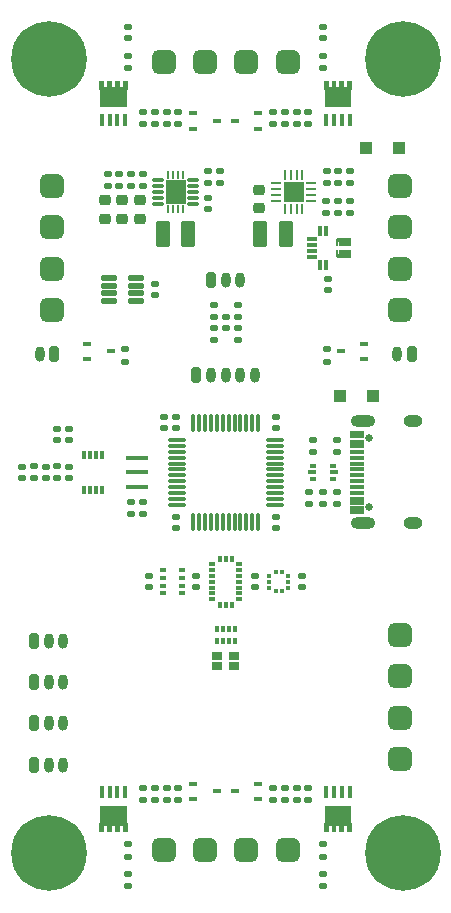
<source format=gbr>
%TF.GenerationSoftware,KiCad,Pcbnew,(5.99.0-7167-g34dbce6bce)*%
%TF.CreationDate,2021-01-04T09:35:53+03:00*%
%TF.ProjectId,ANV,414e562e-6b69-4636-9164-5f7063625858,rev?*%
%TF.SameCoordinates,Original*%
%TF.FileFunction,Soldermask,Top*%
%TF.FilePolarity,Negative*%
%FSLAX46Y46*%
G04 Gerber Fmt 4.6, Leading zero omitted, Abs format (unit mm)*
G04 Created by KiCad (PCBNEW (5.99.0-7167-g34dbce6bce)) date 2021-01-04 09:35:53*
%MOMM*%
%LPD*%
G01*
G04 APERTURE LIST*
G04 Aperture macros list*
%AMRoundRect*
0 Rectangle with rounded corners*
0 $1 Rounding radius*
0 $2 $3 $4 $5 $6 $7 $8 $9 X,Y pos of 4 corners*
0 Add a 4 corners polygon primitive as box body*
4,1,4,$2,$3,$4,$5,$6,$7,$8,$9,$2,$3,0*
0 Add four circle primitives for the rounded corners*
1,1,$1+$1,$2,$3,0*
1,1,$1+$1,$4,$5,0*
1,1,$1+$1,$6,$7,0*
1,1,$1+$1,$8,$9,0*
0 Add four rect primitives between the rounded corners*
20,1,$1+$1,$2,$3,$4,$5,0*
20,1,$1+$1,$4,$5,$6,$7,0*
20,1,$1+$1,$6,$7,$8,$9,0*
20,1,$1+$1,$8,$9,$2,$3,0*%
%AMRotRect*
0 Rectangle, with rotation*
0 The origin of the aperture is its center*
0 $1 length*
0 $2 width*
0 $3 Rotation angle, in degrees counterclockwise*
0 Add horizontal line*
21,1,$1,$2,0,0,$3*%
G04 Aperture macros list end*
%ADD10RoundRect,0.200000X-0.200000X-0.450000X0.200000X-0.450000X0.200000X0.450000X-0.200000X0.450000X0*%
%ADD11O,0.800000X1.300000*%
%ADD12RoundRect,0.135000X0.185000X-0.135000X0.185000X0.135000X-0.185000X0.135000X-0.185000X-0.135000X0*%
%ADD13RoundRect,0.140000X0.170000X-0.140000X0.170000X0.140000X-0.170000X0.140000X-0.170000X-0.140000X0*%
%ADD14RoundRect,0.140000X-0.170000X0.140000X-0.170000X-0.140000X0.170000X-0.140000X0.170000X0.140000X0*%
%ADD15RoundRect,0.135000X-0.185000X0.135000X-0.185000X-0.135000X0.185000X-0.135000X0.185000X0.135000X0*%
%ADD16R,0.850000X0.650000*%
%ADD17R,0.700000X0.450000*%
%ADD18R,0.405000X0.990000*%
%ADD19R,0.300000X0.400000*%
%ADD20R,0.400000X0.300000*%
%ADD21C,0.800000*%
%ADD22C,6.400000*%
%ADD23RoundRect,0.147500X-0.172500X0.147500X-0.172500X-0.147500X0.172500X-0.147500X0.172500X0.147500X0*%
%ADD24RoundRect,0.200000X0.200000X0.450000X-0.200000X0.450000X-0.200000X-0.450000X0.200000X-0.450000X0*%
%ADD25RoundRect,0.500000X-0.500000X-0.500000X0.500000X-0.500000X0.500000X0.500000X-0.500000X0.500000X0*%
%ADD26RoundRect,0.147500X0.172500X-0.147500X0.172500X0.147500X-0.172500X0.147500X-0.172500X-0.147500X0*%
%ADD27RoundRect,0.500000X0.500000X-0.500000X0.500000X0.500000X-0.500000X0.500000X-0.500000X-0.500000X0*%
%ADD28R,0.580000X0.350000*%
%ADD29R,0.350000X0.480000*%
%ADD30RoundRect,0.070000X0.140000X0.140000X-0.140000X0.140000X-0.140000X-0.140000X0.140000X-0.140000X0*%
%ADD31O,0.990000X0.420000*%
%ADD32R,0.230000X0.600000*%
%ADD33R,0.650000X0.900000*%
%ADD34R,0.250000X0.700000*%
%ADD35C,0.600000*%
%ADD36R,1.700000X2.150000*%
%ADD37RoundRect,0.125000X0.537500X0.125000X-0.537500X0.125000X-0.537500X-0.125000X0.537500X-0.125000X0*%
%ADD38R,0.300000X0.750000*%
%ADD39R,1.900000X0.400000*%
%ADD40RoundRect,0.250000X0.375000X0.850000X-0.375000X0.850000X-0.375000X-0.850000X0.375000X-0.850000X0*%
%ADD41RoundRect,0.225000X0.250000X-0.225000X0.250000X0.225000X-0.250000X0.225000X-0.250000X-0.225000X0*%
%ADD42R,0.500000X0.375000*%
%ADD43R,0.650000X0.300000*%
%ADD44R,0.320000X0.500000*%
%ADD45RoundRect,0.062500X0.062500X-0.350000X0.062500X0.350000X-0.062500X0.350000X-0.062500X-0.350000X0*%
%ADD46RoundRect,0.062500X0.350000X-0.062500X0.350000X0.062500X-0.350000X0.062500X-0.350000X-0.062500X0*%
%ADD47R,1.680000X1.680000*%
%ADD48RoundRect,0.225000X-0.250000X0.225000X-0.250000X-0.225000X0.250000X-0.225000X0.250000X0.225000X0*%
%ADD49R,0.500000X0.350000*%
%ADD50C,0.650000*%
%ADD51R,1.150000X0.300000*%
%ADD52O,1.600000X1.000000*%
%ADD53O,2.100000X1.000000*%
%ADD54RoundRect,0.500000X0.500000X0.500000X-0.500000X0.500000X-0.500000X-0.500000X0.500000X-0.500000X0*%
%ADD55R,1.100000X1.100000*%
%ADD56RoundRect,0.075000X-0.662500X-0.075000X0.662500X-0.075000X0.662500X0.075000X-0.662500X0.075000X0*%
%ADD57RoundRect,0.075000X-0.075000X-0.662500X0.075000X-0.662500X0.075000X0.662500X-0.075000X0.662500X0*%
%ADD58R,0.200000X0.600000*%
%ADD59RotRect,0.282800X0.282800X225.000000*%
%ADD60R,1.070000X0.800000*%
%ADD61R,0.300000X0.850000*%
%ADD62R,0.850000X0.300000*%
%ADD63RoundRect,0.500000X-0.500000X0.500000X-0.500000X-0.500000X0.500000X-0.500000X0.500000X0.500000X0*%
G04 APERTURE END LIST*
D10*
%TO.C,J15*%
X18000000Y-72000000D03*
D11*
X19250000Y-72000000D03*
X20500000Y-72000000D03*
%TD*%
D12*
%TO.C,R4*%
X43700000Y-52510000D03*
X43700000Y-51490000D03*
%TD*%
%TO.C,R37*%
X41300000Y-56960000D03*
X41300000Y-55940000D03*
%TD*%
%TO.C,R33*%
X42500000Y-20010000D03*
X42500000Y-18990000D03*
%TD*%
%TO.C,R17*%
X41250000Y-82020000D03*
X41250000Y-81000000D03*
%TD*%
D13*
%TO.C,C6*%
X42800000Y-29730000D03*
X42800000Y-28770000D03*
%TD*%
D14*
%TO.C,C20*%
X40750000Y-63020000D03*
X40750000Y-63980000D03*
%TD*%
D13*
%TO.C,C4*%
X33750000Y-29730000D03*
X33750000Y-28770000D03*
%TD*%
D15*
%TO.C,R21*%
X40250000Y-81000000D03*
X40250000Y-82020000D03*
%TD*%
D16*
%TO.C,D8*%
X33525000Y-70675000D03*
X33525000Y-69825000D03*
X34975000Y-69825000D03*
X34975000Y-70675000D03*
%TD*%
D13*
%TO.C,C18*%
X30000000Y-58980000D03*
X30000000Y-58020000D03*
%TD*%
D17*
%TO.C,Q8*%
X22500000Y-43350000D03*
X22500000Y-44650000D03*
X24500000Y-44000000D03*
%TD*%
D18*
%TO.C,Q3*%
X25740000Y-81325000D03*
X25080000Y-81325000D03*
X24420000Y-81325000D03*
X23760000Y-81325000D03*
G36*
X25537499Y-84690000D02*
G01*
X25537499Y-84180000D01*
X25282499Y-84180000D01*
X25282499Y-84690000D01*
X24877499Y-84690000D01*
X24877499Y-84180000D01*
X24622500Y-84180000D01*
X24622500Y-84690000D01*
X24217500Y-84690000D01*
X24217500Y-84179999D01*
X23962500Y-84179999D01*
X23962500Y-84689999D01*
X23555000Y-84689999D01*
X23555000Y-83929999D01*
X23632500Y-83929999D01*
X23632501Y-82455000D01*
X25867500Y-82455001D01*
X25867500Y-83930000D01*
X25945000Y-83930000D01*
X25944999Y-84690000D01*
X25537499Y-84690000D01*
G37*
%TD*%
D19*
%TO.C,U7*%
X39000000Y-62700000D03*
X38500000Y-62700000D03*
D20*
X37950000Y-63000000D03*
X37950000Y-63500000D03*
X37950000Y-64000000D03*
D19*
X38500000Y-64300000D03*
X39000000Y-64300000D03*
D20*
X39550000Y-64000000D03*
X39550000Y-63500000D03*
X39550000Y-63000000D03*
%TD*%
D14*
%TO.C,C14*%
X29000000Y-49520000D03*
X29000000Y-50480000D03*
%TD*%
D21*
%TO.C,H3*%
X51650000Y-86510000D03*
X46850000Y-86510000D03*
X50947056Y-84812944D03*
X47552944Y-84812944D03*
X49250000Y-84110000D03*
X49250000Y-88910000D03*
X47552944Y-88207056D03*
X50947056Y-88207056D03*
D22*
X49250000Y-86510000D03*
%TD*%
D15*
%TO.C,R28*%
X30250000Y-81000000D03*
X30250000Y-82020000D03*
%TD*%
D23*
%TO.C,D3*%
X26000000Y-16515000D03*
X26000000Y-17485000D03*
%TD*%
D12*
%TO.C,R31*%
X25700000Y-44860000D03*
X25700000Y-43840000D03*
%TD*%
D13*
%TO.C,C7*%
X27250000Y-29980000D03*
X27250000Y-29020000D03*
%TD*%
D10*
%TO.C,J1*%
X31750000Y-46000000D03*
D11*
X33000000Y-46000000D03*
X34250000Y-46000000D03*
X35500000Y-46000000D03*
X36750000Y-46000000D03*
%TD*%
D24*
%TO.C,J9*%
X19749999Y-44250000D03*
D11*
X18499999Y-44250000D03*
%TD*%
D21*
%TO.C,H1*%
X20947056Y-20947056D03*
X19250000Y-21650000D03*
X16850000Y-19250000D03*
X20947056Y-17552944D03*
X21650000Y-19250000D03*
X17552944Y-17552944D03*
X19250000Y-16850000D03*
D22*
X19250000Y-19250000D03*
D21*
X17552944Y-20947056D03*
%TD*%
D10*
%TO.C,J19*%
X18000000Y-79000000D03*
D11*
X19250000Y-79000000D03*
X20500000Y-79000000D03*
%TD*%
D12*
%TO.C,R40*%
X44750000Y-32260000D03*
X44750000Y-31240000D03*
%TD*%
D25*
%TO.C,J13*%
X36000000Y-86260000D03*
X39500000Y-86260000D03*
%TD*%
D14*
%TO.C,C1*%
X42950000Y-37870000D03*
X42950000Y-38830000D03*
%TD*%
D15*
%TO.C,R29*%
X38250000Y-81000000D03*
X38250000Y-82020000D03*
%TD*%
D26*
%TO.C,D2*%
X19000000Y-54735000D03*
X19000000Y-53765000D03*
%TD*%
D12*
%TO.C,R24*%
X29250000Y-82020000D03*
X29250000Y-81000000D03*
%TD*%
D10*
%TO.C,J18*%
X18000000Y-75500000D03*
D11*
X19250000Y-75500000D03*
X20500000Y-75500000D03*
%TD*%
D27*
%TO.C,J17*%
X49000000Y-78500000D03*
X49000000Y-75000000D03*
%TD*%
D28*
%TO.C,U9*%
X33090000Y-65000000D03*
X33090000Y-64500000D03*
X33090000Y-64000000D03*
X33090000Y-63500000D03*
X33090000Y-63000000D03*
X33090000Y-62500000D03*
X33090000Y-62000000D03*
D29*
X33750000Y-61540000D03*
X34250000Y-61540000D03*
X34750000Y-61540000D03*
D28*
X35410000Y-62000000D03*
X35410000Y-62500000D03*
X35410000Y-63000000D03*
X35410000Y-63500000D03*
X35410000Y-64000000D03*
X35410000Y-64500000D03*
X35410000Y-65000000D03*
D29*
X34750000Y-65460000D03*
X34250000Y-65460000D03*
X33750000Y-65460000D03*
%TD*%
D30*
%TO.C,U4*%
X31760000Y-31500000D03*
D31*
X31475000Y-31500000D03*
X31475000Y-31000000D03*
D30*
X31760000Y-31000000D03*
D31*
X31475000Y-30500000D03*
D30*
X31760000Y-30500000D03*
X31760000Y-30000000D03*
D31*
X31475000Y-30000000D03*
X31475000Y-29500000D03*
D30*
X31760000Y-29500000D03*
X28240000Y-29500000D03*
D31*
X28525000Y-29500000D03*
X28525000Y-30000000D03*
D30*
X28240000Y-30000000D03*
D31*
X28525000Y-30500000D03*
D30*
X28240000Y-30500000D03*
X28240000Y-31000000D03*
D31*
X28525000Y-31000000D03*
D30*
X28240000Y-31500000D03*
D31*
X28525000Y-31500000D03*
D32*
X30200000Y-29075000D03*
D33*
X30435000Y-31060000D03*
D34*
X29400000Y-31925000D03*
D33*
X30435000Y-29940000D03*
D34*
X29800000Y-31925000D03*
D32*
X29800000Y-29075000D03*
X29400000Y-31925000D03*
D35*
X29500000Y-30000000D03*
D33*
X29565000Y-31060000D03*
D34*
X30600000Y-29075000D03*
D36*
X30000000Y-30500000D03*
D34*
X30600000Y-31925000D03*
X30200000Y-31925000D03*
D32*
X29800000Y-31925000D03*
D35*
X30000000Y-30500000D03*
X30500000Y-31000000D03*
D34*
X29800000Y-29075000D03*
D35*
X29500000Y-31000000D03*
D32*
X30200000Y-31925000D03*
X30600000Y-29075000D03*
X30600000Y-31925000D03*
D35*
X30500000Y-30000000D03*
D34*
X29400000Y-29075000D03*
D32*
X29400000Y-29075000D03*
D34*
X30200000Y-29075000D03*
D33*
X29565000Y-29940000D03*
%TD*%
D15*
%TO.C,R3*%
X43700000Y-55940000D03*
X43700000Y-56960000D03*
%TD*%
D14*
%TO.C,C16*%
X38500000Y-49520000D03*
X38500000Y-50480000D03*
%TD*%
D12*
%TO.C,R12*%
X26250000Y-57760000D03*
X26250000Y-56740000D03*
%TD*%
D14*
%TO.C,C3*%
X44750000Y-28770000D03*
X44750000Y-29730000D03*
%TD*%
D17*
%TO.C,Q10*%
X37000000Y-81910000D03*
X37000000Y-80610000D03*
X35000000Y-81260000D03*
%TD*%
D15*
%TO.C,R14*%
X27250000Y-23740000D03*
X27250000Y-24760000D03*
%TD*%
%TO.C,R16*%
X27250000Y-81000000D03*
X27250000Y-82020000D03*
%TD*%
D12*
%TO.C,R18*%
X28250000Y-24760000D03*
X28250000Y-23740000D03*
%TD*%
D13*
%TO.C,C19*%
X21000000Y-54730000D03*
X21000000Y-53770000D03*
%TD*%
D15*
%TO.C,R9*%
X24250000Y-28990000D03*
X24250000Y-30010000D03*
%TD*%
D37*
%TO.C,U11*%
X26637500Y-39725000D03*
X26637500Y-39075000D03*
X26637500Y-38425000D03*
X26637500Y-37775000D03*
X24362500Y-37775000D03*
X24362500Y-38425000D03*
X24362500Y-39075000D03*
X24362500Y-39725000D03*
%TD*%
D17*
%TO.C,Q6*%
X37000000Y-25150000D03*
X37000000Y-23850000D03*
X35000000Y-24500000D03*
%TD*%
D38*
%TO.C,U6*%
X22250000Y-55700000D03*
X22750000Y-55700000D03*
X23250000Y-55700000D03*
X23750000Y-55700000D03*
X23750000Y-52800000D03*
X23250000Y-52800000D03*
X22750000Y-52800000D03*
X22250000Y-52800000D03*
%TD*%
D17*
%TO.C,Q9*%
X31500000Y-80610000D03*
X31500000Y-81910000D03*
X33500000Y-81260000D03*
%TD*%
D25*
%TO.C,J12*%
X29000000Y-86260000D03*
X32500000Y-86260000D03*
%TD*%
D14*
%TO.C,C24*%
X36750000Y-63020000D03*
X36750000Y-63980000D03*
%TD*%
D18*
%TO.C,Q2*%
X42760000Y-24435000D03*
X43420000Y-24435000D03*
X44080000Y-24435000D03*
X44740000Y-24435000D03*
G36*
X42962501Y-21070000D02*
G01*
X42962500Y-21580000D01*
X43217500Y-21580000D01*
X43217501Y-21070000D01*
X43622501Y-21070000D01*
X43622501Y-21580000D01*
X43877500Y-21580000D01*
X43877500Y-21070000D01*
X44282500Y-21070000D01*
X44282500Y-21580000D01*
X44537500Y-21580000D01*
X44537500Y-21070000D01*
X44945000Y-21070000D01*
X44945000Y-21830001D01*
X44867500Y-21830001D01*
X44867500Y-23305000D01*
X42632500Y-23304999D01*
X42632500Y-21830000D01*
X42555000Y-21830000D01*
X42555000Y-21070000D01*
X42962501Y-21070000D01*
G37*
%TD*%
D39*
%TO.C,Y1*%
X26750000Y-53050000D03*
X26750000Y-54250000D03*
X26750000Y-55450000D03*
%TD*%
D12*
%TO.C,R27*%
X38250000Y-24760000D03*
X38250000Y-23740000D03*
%TD*%
%TO.C,R1*%
X35250000Y-43010000D03*
X35250000Y-41990000D03*
%TD*%
D40*
%TO.C,L2*%
X39325000Y-34050000D03*
X37175000Y-34050000D03*
%TD*%
D41*
%TO.C,C10*%
X37050000Y-31875000D03*
X37050000Y-30325000D03*
%TD*%
D42*
%TO.C,U2*%
X43350000Y-54787500D03*
D43*
X43425000Y-54250000D03*
D42*
X43350000Y-53712500D03*
X41650000Y-53712500D03*
D43*
X41575000Y-54250000D03*
D42*
X41650000Y-54787500D03*
%TD*%
D44*
%TO.C,RN1*%
X35000000Y-67500000D03*
X34500000Y-67500000D03*
X34000000Y-67500000D03*
X33500000Y-67500000D03*
X33500000Y-68500000D03*
X34000000Y-68500000D03*
X34500000Y-68500000D03*
X35000000Y-68500000D03*
%TD*%
D15*
%TO.C,R8*%
X41650000Y-51490000D03*
X41650000Y-52510000D03*
%TD*%
D21*
%TO.C,H2*%
X17552944Y-88207056D03*
X21650000Y-86510000D03*
X17552944Y-84812944D03*
X20947056Y-84812944D03*
D22*
X19250000Y-86510000D03*
D21*
X20947056Y-88207056D03*
X19250000Y-88910000D03*
X16850000Y-86510000D03*
X19250000Y-84110000D03*
%TD*%
D13*
%TO.C,C26*%
X20000000Y-51530000D03*
X20000000Y-50570000D03*
%TD*%
D14*
%TO.C,C2*%
X43750000Y-28770000D03*
X43750000Y-29730000D03*
%TD*%
D45*
%TO.C,U3*%
X39250000Y-31962500D03*
X39750000Y-31962500D03*
X40250000Y-31962500D03*
X40750000Y-31962500D03*
D46*
X41462500Y-31250000D03*
X41462500Y-30750000D03*
X41462500Y-30250000D03*
X41462500Y-29750000D03*
D45*
X40750000Y-29037500D03*
X40250000Y-29037500D03*
X39750000Y-29037500D03*
X39250000Y-29037500D03*
D46*
X38537500Y-29750000D03*
X38537500Y-30250000D03*
X38537500Y-30750000D03*
X38537500Y-31250000D03*
D47*
X40000000Y-30500000D03*
%TD*%
D12*
%TO.C,R38*%
X42500000Y-56960000D03*
X42500000Y-55940000D03*
%TD*%
D13*
%TO.C,C15*%
X38500000Y-58980000D03*
X38500000Y-58020000D03*
%TD*%
D48*
%TO.C,C9*%
X27000000Y-31225000D03*
X27000000Y-32775000D03*
%TD*%
D12*
%TO.C,R10*%
X26250000Y-30010000D03*
X26250000Y-28990000D03*
%TD*%
D40*
%TO.C,L1*%
X31075000Y-34050000D03*
X28925000Y-34050000D03*
%TD*%
D15*
%TO.C,R35*%
X42500000Y-85750000D03*
X42500000Y-86770000D03*
%TD*%
D13*
%TO.C,C27*%
X21000000Y-51530000D03*
X21000000Y-50570000D03*
%TD*%
D49*
%TO.C,U8*%
X30550000Y-62525000D03*
X30550000Y-63175000D03*
X30550000Y-63825000D03*
X30550000Y-64475000D03*
X28950000Y-64475000D03*
X28950000Y-63825000D03*
X28950000Y-63175000D03*
X28950000Y-62525000D03*
%TD*%
D15*
%TO.C,R39*%
X32750000Y-28740000D03*
X32750000Y-29760000D03*
%TD*%
D13*
%TO.C,C25*%
X28250000Y-39230000D03*
X28250000Y-38270000D03*
%TD*%
D15*
%TO.C,R11*%
X42750000Y-31240000D03*
X42750000Y-32260000D03*
%TD*%
D23*
%TO.C,D7*%
X34250000Y-41065000D03*
X34250000Y-42035000D03*
%TD*%
D14*
%TO.C,C5*%
X32750000Y-31020000D03*
X32750000Y-31980000D03*
%TD*%
D15*
%TO.C,R41*%
X43750000Y-31240000D03*
X43750000Y-32260000D03*
%TD*%
D18*
%TO.C,Q1*%
X23760000Y-24435000D03*
X24420000Y-24435000D03*
X25080000Y-24435000D03*
X25740000Y-24435000D03*
G36*
X23962501Y-21070000D02*
G01*
X23962500Y-21580000D01*
X24217500Y-21580000D01*
X24217501Y-21070000D01*
X24622501Y-21070000D01*
X24622501Y-21580000D01*
X24877500Y-21580000D01*
X24877500Y-21070000D01*
X25282500Y-21070000D01*
X25282500Y-21580000D01*
X25537500Y-21580000D01*
X25537500Y-21070000D01*
X25945000Y-21070000D01*
X25945000Y-21830001D01*
X25867500Y-21830001D01*
X25867500Y-23305000D01*
X23632500Y-23304999D01*
X23632500Y-21830000D01*
X23555000Y-21830000D01*
X23555000Y-21070000D01*
X23962501Y-21070000D01*
G37*
%TD*%
D48*
%TO.C,C12*%
X24000000Y-31225000D03*
X24000000Y-32775000D03*
%TD*%
D15*
%TO.C,R36*%
X35249999Y-40090000D03*
X35249999Y-41110000D03*
%TD*%
%TO.C,R34*%
X26000000Y-85750000D03*
X26000000Y-86770000D03*
%TD*%
D13*
%TO.C,C8*%
X25250000Y-29980000D03*
X25250000Y-29020000D03*
%TD*%
D12*
%TO.C,R32*%
X26000000Y-20010000D03*
X26000000Y-18990000D03*
%TD*%
D27*
%TO.C,J16*%
X49000000Y-71500000D03*
X49000000Y-68000000D03*
%TD*%
D14*
%TO.C,C23*%
X31750000Y-63020000D03*
X31750000Y-63980000D03*
%TD*%
D26*
%TO.C,D10*%
X17000000Y-54735000D03*
X17000000Y-53765000D03*
%TD*%
D10*
%TO.C,J14*%
X18000000Y-68500000D03*
D11*
X19250000Y-68500000D03*
X20500000Y-68500000D03*
%TD*%
D14*
%TO.C,C17*%
X30000000Y-49520000D03*
X30000000Y-50480000D03*
%TD*%
D50*
%TO.C,J4*%
X46395000Y-51360000D03*
X46395000Y-57140000D03*
D51*
X45330000Y-57600000D03*
X45330000Y-56800000D03*
X45330000Y-55500000D03*
X45330000Y-54500000D03*
X45330000Y-54000000D03*
X45330000Y-53000000D03*
X45330000Y-51700000D03*
X45330000Y-50900000D03*
X45330000Y-51200000D03*
X45330000Y-52000000D03*
X45330000Y-52500000D03*
X45330000Y-53500000D03*
X45330000Y-55000000D03*
X45330000Y-56000000D03*
X45330000Y-56500000D03*
X45330000Y-57300000D03*
D52*
X50075000Y-49930000D03*
D53*
X45895000Y-49930000D03*
X45895000Y-58570000D03*
D52*
X50075000Y-58570000D03*
%TD*%
D54*
%TO.C,J10*%
X32499999Y-19500000D03*
X28999999Y-19500000D03*
%TD*%
D24*
%TO.C,J6*%
X50000000Y-44250000D03*
D11*
X48750000Y-44250000D03*
%TD*%
D13*
%TO.C,C13*%
X27250000Y-57730000D03*
X27250000Y-56770000D03*
%TD*%
D48*
%TO.C,C11*%
X25500000Y-31225000D03*
X25500000Y-32775000D03*
%TD*%
D55*
%TO.C,D9*%
X46100000Y-26750000D03*
X48900000Y-26750000D03*
%TD*%
D56*
%TO.C,U5*%
X30087500Y-51500000D03*
X30087500Y-52000000D03*
X30087500Y-52500000D03*
X30087500Y-53000000D03*
X30087500Y-53500000D03*
X30087500Y-54000000D03*
X30087500Y-54500000D03*
X30087500Y-55000000D03*
X30087500Y-55500000D03*
X30087500Y-56000000D03*
X30087500Y-56500000D03*
X30087500Y-57000000D03*
D57*
X31500000Y-58412500D03*
X32000000Y-58412500D03*
X32500000Y-58412500D03*
X33000000Y-58412500D03*
X33500000Y-58412500D03*
X34000000Y-58412500D03*
X34500000Y-58412500D03*
X35000000Y-58412500D03*
X35500000Y-58412500D03*
X36000000Y-58412500D03*
X36500000Y-58412500D03*
X37000000Y-58412500D03*
D56*
X38412500Y-57000000D03*
X38412500Y-56500000D03*
X38412500Y-56000000D03*
X38412500Y-55500000D03*
X38412500Y-55000000D03*
X38412500Y-54500000D03*
X38412500Y-54000000D03*
X38412500Y-53500000D03*
X38412500Y-53000000D03*
X38412500Y-52500000D03*
X38412500Y-52000000D03*
X38412500Y-51500000D03*
D57*
X37000000Y-50087500D03*
X36500000Y-50087500D03*
X36000000Y-50087500D03*
X35500000Y-50087500D03*
X35000000Y-50087500D03*
X34500000Y-50087500D03*
X34000000Y-50087500D03*
X33500000Y-50087500D03*
X33000000Y-50087500D03*
X32500000Y-50087500D03*
X32000000Y-50087500D03*
X31500000Y-50087500D03*
%TD*%
D27*
%TO.C,J2*%
X49000000Y-40500000D03*
X49000000Y-37000000D03*
%TD*%
D15*
%TO.C,R20*%
X28250000Y-81000000D03*
X28250000Y-82020000D03*
%TD*%
D54*
%TO.C,J11*%
X39500000Y-19500000D03*
X36000000Y-19500000D03*
%TD*%
D12*
%TO.C,R13*%
X20000000Y-54760000D03*
X20000000Y-53740000D03*
%TD*%
D15*
%TO.C,R23*%
X39250000Y-23740000D03*
X39250000Y-24760000D03*
%TD*%
D18*
%TO.C,Q4*%
X44740000Y-81325000D03*
X44080000Y-81325000D03*
X43420000Y-81325000D03*
X42760000Y-81325000D03*
G36*
X44537499Y-84690000D02*
G01*
X44537499Y-84180000D01*
X44282499Y-84180000D01*
X44282499Y-84690000D01*
X43877499Y-84690000D01*
X43877499Y-84180000D01*
X43622500Y-84180000D01*
X43622500Y-84690000D01*
X43217500Y-84690000D01*
X43217500Y-84179999D01*
X42962500Y-84179999D01*
X42962500Y-84689999D01*
X42555000Y-84689999D01*
X42555000Y-83929999D01*
X42632500Y-83929999D01*
X42632501Y-82455000D01*
X44867500Y-82455001D01*
X44867500Y-83930000D01*
X44945000Y-83930000D01*
X44944999Y-84690000D01*
X44537499Y-84690000D01*
G37*
%TD*%
D15*
%TO.C,R22*%
X29250000Y-23740000D03*
X29250000Y-24760000D03*
%TD*%
D58*
%TO.C,U1*%
X43685000Y-35650000D03*
D59*
X43785000Y-35950000D03*
D60*
X44320000Y-35750000D03*
D58*
X43685000Y-34850000D03*
D60*
X44320000Y-34750000D03*
D59*
X43785000Y-34550000D03*
D61*
X42770000Y-33800000D03*
X42270000Y-33800000D03*
D62*
X41570000Y-34500000D03*
X41570000Y-35000000D03*
X41570000Y-35500000D03*
X41570000Y-36000000D03*
D61*
X42270000Y-36700000D03*
X42770000Y-36700000D03*
%TD*%
D63*
%TO.C,J8*%
X19500000Y-37000000D03*
X19500000Y-40500000D03*
%TD*%
D26*
%TO.C,D6*%
X42500000Y-89245000D03*
X42500000Y-88275000D03*
%TD*%
D27*
%TO.C,J3*%
X49000000Y-33500000D03*
X49000000Y-30000000D03*
%TD*%
D12*
%TO.C,R15*%
X41250000Y-24750000D03*
X41250000Y-23730000D03*
%TD*%
%TO.C,R7*%
X33249999Y-41110000D03*
X33249999Y-40090000D03*
%TD*%
D15*
%TO.C,R45*%
X18000000Y-53740000D03*
X18000000Y-54760000D03*
%TD*%
D55*
%TO.C,D1*%
X43900000Y-47750000D03*
X46700000Y-47750000D03*
%TD*%
D12*
%TO.C,R25*%
X39250000Y-82020000D03*
X39250000Y-81000000D03*
%TD*%
D21*
%TO.C,H4*%
X46850000Y-19250000D03*
X51650000Y-19250000D03*
X49250000Y-16850000D03*
X50947056Y-20947056D03*
D22*
X49250000Y-19250000D03*
D21*
X50947056Y-17552944D03*
X47552944Y-17552944D03*
X49250000Y-21650000D03*
X47552944Y-20947056D03*
%TD*%
D26*
%TO.C,D5*%
X26000000Y-89245000D03*
X26000000Y-88275000D03*
%TD*%
D13*
%TO.C,C21*%
X27750000Y-63980000D03*
X27750000Y-63020000D03*
%TD*%
D15*
%TO.C,R2*%
X33250000Y-41990000D03*
X33250000Y-43010000D03*
%TD*%
D12*
%TO.C,R26*%
X30250000Y-24760000D03*
X30250000Y-23740000D03*
%TD*%
D23*
%TO.C,D4*%
X42500000Y-16515000D03*
X42500000Y-17485000D03*
%TD*%
D10*
%TO.C,J5*%
X33000000Y-38000000D03*
D11*
X34250000Y-38000000D03*
X35500000Y-38000000D03*
%TD*%
D63*
%TO.C,J7*%
X19500000Y-30000000D03*
X19500000Y-33500000D03*
%TD*%
D17*
%TO.C,Q5*%
X31500000Y-23850000D03*
X31500000Y-25150000D03*
X33500000Y-24500000D03*
%TD*%
D12*
%TO.C,R30*%
X42800000Y-44860000D03*
X42800000Y-43840000D03*
%TD*%
%TO.C,R19*%
X40250000Y-24760000D03*
X40250000Y-23740000D03*
%TD*%
D17*
%TO.C,Q7*%
X46000000Y-44650000D03*
X46000000Y-43350000D03*
X44000000Y-44000000D03*
%TD*%
M02*

</source>
